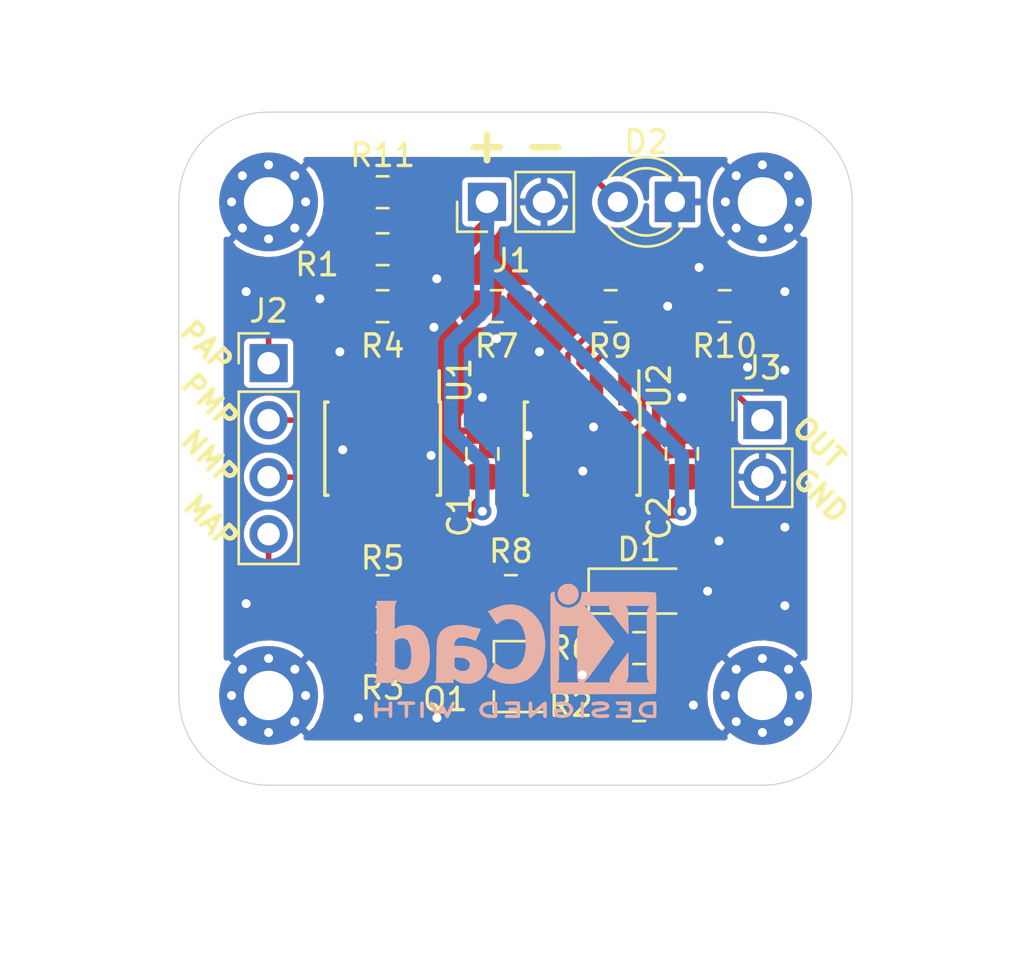
<source format=kicad_pcb>
(kicad_pcb (version 20171130) (host pcbnew 5.1.6+dfsg1-1~bpo10+1)
  (layers (0 F.Cu signal hide) (31 B.Cu signal hide) (35 F.Paste user) (36 B.SilkS user) (37 F.SilkS user) (38 B.Mask user) (39 F.Mask user) (44 Edge.Cuts user))
  (net 0 "")
  (net 1 GND)
  (net 2 +15V)
  (net 3 "Net-(D1-Pad1)")
  (net 4 /MAP)
  (net 5 /NMP)
  (net 6 /PMP)
  (net 7 /PAP)
  (net 8 /Meusure)
  (net 9 "Net-(Q1-Pad2)")
  (net 10 "Net-(Q1-Pad1)")
  (net 11 "Net-(R3-Pad2)")
  (net 12 "Net-(R3-Pad1)")
  (net 13 "Net-(R4-Pad1)")
  (net 14 "Net-(R5-Pad1)")
  (net 15 "Net-(R10-Pad2)")
  (net 16 "Net-(R8-Pad1)")
  (net 17 "Net-(D2-Pad2)")
  (module Symbol:KiCad-Logo2_6mm_SilkScreen (layer B.Cu) (at 111 120 180)
    (fp_text reference S1 hide)
    (fp_text value KiCad-Logo2_6mm_SilkScreen hide)
  )
  (module Connector_PinHeader_2.54mm:PinHeader_1x02_P2.54mm_Vertical (layer F.Cu) (at 122 109.73)
    (fp_text reference J3 (at 0 -2.33) (layer F.SilkS))
    (fp_text value Conn_01x02_Female)
    (pad 2 thru_hole oval (at 0 2.54) (size 1.7 1.7) (drill 1) (layers *.Cu *.Mask) (net 1 GND))
    (pad 1 thru_hole rect (at 0 0) (size 1.7 1.7) (drill 1) (layers *.Cu *.Mask) (net 8 /Meusure))
  )
  (module Package_SO:SOIC-8_3.9x4.9mm_P1.27mm (layer F.Cu) (at 105.08 111 270)
    (fp_text reference U1 (at -3.048 -3.429 90) (layer F.SilkS))
    (fp_text value MCP602)
    (pad 8 smd rect (at 2.7 -1.905 270) (size 1.55 0.6) (layers F.Cu F.Paste F.Mask) (net 2 +15V))
    (pad 7 smd rect (at 2.7 -0.635 270) (size 1.55 0.6) (layers F.Cu F.Paste F.Mask) (net 14 "Net-(R5-Pad1)"))
    (pad 6 smd rect (at 2.7 0.635 270) (size 1.55 0.6) (layers F.Cu F.Paste F.Mask) (net 11 "Net-(R3-Pad2)"))
    (pad 5 smd rect (at 2.7 1.905 270) (size 1.55 0.6) (layers F.Cu F.Paste F.Mask) (net 5 /NMP))
    (pad 4 smd rect (at -2.7 1.905 270) (size 1.55 0.6) (layers F.Cu F.Paste F.Mask) (net 1 GND))
    (pad 3 smd rect (at -2.7 0.635 270) (size 1.55 0.6) (layers F.Cu F.Paste F.Mask) (net 6 /PMP))
    (pad 2 smd rect (at -2.7 -0.635 270) (size 1.55 0.6) (layers F.Cu F.Paste F.Mask) (net 12 "Net-(R3-Pad1)"))
    (pad 1 smd rect (at -2.7 -1.905 270) (size 1.55 0.6) (layers F.Cu F.Paste F.Mask) (net 13 "Net-(R4-Pad1)"))
  )
  (module Connector_PinHeader_2.54mm:PinHeader_1x04_P2.54mm_Vertical (layer F.Cu) (at 100 107.19)
    (fp_text reference J2 (at 0 -2.33) (layer F.SilkS))
    (fp_text value Conn_01x04_Female)
    (pad 4 thru_hole oval (at 0 7.62) (size 1.7 1.7) (drill 1) (layers *.Cu *.Mask) (net 4 /MAP))
    (pad 3 thru_hole oval (at 0 5.08) (size 1.7 1.7) (drill 1) (layers *.Cu *.Mask) (net 5 /NMP))
    (pad 2 thru_hole oval (at 0 2.54) (size 1.7 1.7) (drill 1) (layers *.Cu *.Mask) (net 6 /PMP))
    (pad 1 thru_hole rect (at 0 0) (size 1.7 1.7) (drill 1) (layers *.Cu *.Mask) (net 7 /PAP))
  )
  (module Resistor_SMD:R_0805_2012Metric_Pad1.15x1.40mm_HandSolder (layer F.Cu) (at 116.51 122.43)
    (fp_text reference R2 (at -3.048 0) (layer F.SilkS))
    (fp_text value 5.1k)
    (pad 2 smd roundrect (at 1.025 0) (size 1.15 1.4) (layers F.Cu F.Paste F.Mask) (roundrect_rratio 0.217391) (net 1 GND))
    (pad 1 smd roundrect (at -1.025 0) (size 1.15 1.4) (layers F.Cu F.Paste F.Mask) (roundrect_rratio 0.217391) (net 9 "Net-(Q1-Pad2)"))
  )
  (module Resistor_SMD:R_0805_2012Metric_Pad1.15x1.40mm_HandSolder (layer F.Cu) (at 105.08 117.35 180)
    (fp_text reference R5 (at 0 1.475) (layer F.SilkS))
    (fp_text value 4.5k hide)
    (pad 2 smd roundrect (at 1.025 0 180) (size 1.15 1.4) (layers F.Cu F.Paste F.Mask) (roundrect_rratio 0.217) (net 11 "Net-(R3-Pad2)"))
    (pad 1 smd roundrect (at -1.025 0 180) (size 1.15 1.4) (layers F.Cu F.Paste F.Mask) (roundrect_rratio 0.217391) (net 14 "Net-(R5-Pad1)"))
  )
  (module Capacitor_SMD:C_0805_2012Metric_Pad1.15x1.40mm_HandSolder (layer F.Cu) (at 109.525 111.23 90)
    (fp_text reference C1 (at -2.74 -1.016 90) (layer F.SilkS))
    (fp_text value 100n hide)
    (pad 2 smd roundrect (at 1.025 0 90) (size 1.15 1.4) (layers F.Cu F.Paste F.Mask) (roundrect_rratio 0.217391) (net 1 GND))
    (pad 1 smd roundrect (at -1.025 0 90) (size 1.15 1.4) (layers F.Cu F.Paste F.Mask) (roundrect_rratio 0.217391) (net 2 +15V))
  )
  (module Resistor_SMD:R_0805_2012Metric_Pad1.15x1.40mm_HandSolder (layer F.Cu) (at 105.08 104.65 180)
    (fp_text reference R4 (at 0 -1.778) (layer F.SilkS))
    (fp_text value 4.5k hide)
    (pad 2 smd roundrect (at 1.025 0 180) (size 1.15 1.4) (layers F.Cu F.Paste F.Mask) (roundrect_rratio 0.217391) (net 12 "Net-(R3-Pad1)"))
    (pad 1 smd roundrect (at -1.025 0 180) (size 1.15 1.4) (layers F.Cu F.Paste F.Mask) (roundrect_rratio 0.217391) (net 13 "Net-(R4-Pad1)"))
  )
  (module Diode_SMD:D_SOD-123 (layer F.Cu) (at 116.51 117.35)
    (fp_text reference D1 (at 0 -1.856) (layer F.SilkS))
    (fp_text value 5.1V)
    (pad 2 smd rect (at 1.65 0) (size 0.9 1.2) (layers F.Cu F.Paste F.Mask) (net 1 GND))
    (pad 1 smd rect (at -1.65 0) (size 0.9 1.2) (layers F.Cu F.Paste F.Mask) (net 3 "Net-(D1-Pad1)"))
  )
  (module Package_SO:SOIC-8_3.9x4.9mm_P1.27mm (layer F.Cu) (at 113.97 111 270)
    (fp_text reference U2 (at -2.794 -3.429 90) (layer F.SilkS))
    (fp_text value MCP602)
    (pad 8 smd rect (at 2.7 -1.905 270) (size 1.55 0.6) (layers F.Cu F.Paste F.Mask) (net 2 +15V))
    (pad 7 smd rect (at 2.7 -0.635 270) (size 1.55 0.6) (layers F.Cu F.Paste F.Mask) (net 10 "Net-(Q1-Pad1)"))
    (pad 6 smd rect (at 2.7 0.635 270) (size 1.55 0.6) (layers F.Cu F.Paste F.Mask) (net 9 "Net-(Q1-Pad2)"))
    (pad 5 smd rect (at 2.7 1.905 270) (size 1.55 0.6) (layers F.Cu F.Paste F.Mask) (net 3 "Net-(D1-Pad1)"))
    (pad 4 smd rect (at -2.7 1.905 270) (size 1.55 0.6) (layers F.Cu F.Paste F.Mask) (net 1 GND))
    (pad 3 smd rect (at -2.7 0.635 270) (size 1.55 0.6) (layers F.Cu F.Paste F.Mask) (net 16 "Net-(R8-Pad1)"))
    (pad 2 smd rect (at -2.7 -0.635 270) (size 1.55 0.6) (layers F.Cu F.Paste F.Mask) (net 15 "Net-(R10-Pad2)"))
    (pad 1 smd rect (at -2.7 -1.905 270) (size 1.55 0.6) (layers F.Cu F.Paste F.Mask) (net 8 /Meusure))
  )
  (module Resistor_SMD:R_0805_2012Metric_Pad1.15x1.40mm_HandSolder (layer F.Cu) (at 120.32 104.65 180)
    (fp_text reference R10 (at 0 -1.778) (layer F.SilkS))
    (fp_text value 10k)
    (pad 2 smd roundrect (at 1.025 0 180) (size 1.15 1.4) (layers F.Cu F.Paste F.Mask) (roundrect_rratio 0.217391) (net 15 "Net-(R10-Pad2)"))
    (pad 1 smd roundrect (at -1.025 0 180) (size 1.15 1.4) (layers F.Cu F.Paste F.Mask) (roundrect_rratio 0.217391) (net 8 /Meusure))
  )
  (module Resistor_SMD:R_0805_2012Metric_Pad1.15x1.40mm_HandSolder (layer F.Cu) (at 115.24 104.65)
    (fp_text reference R9 (at -0.025 1.778) (layer F.SilkS))
    (fp_text value 10k)
    (pad 2 smd roundrect (at 1.025 0) (size 1.15 1.4) (layers F.Cu F.Paste F.Mask) (roundrect_rratio 0.217391) (net 1 GND))
    (pad 1 smd roundrect (at -1.025 0) (size 1.15 1.4) (layers F.Cu F.Paste F.Mask) (roundrect_rratio 0.217391) (net 16 "Net-(R8-Pad1)"))
  )
  (module Resistor_SMD:R_0805_2012Metric_Pad1.15x1.40mm_HandSolder (layer F.Cu) (at 110.16 104.65 180)
    (fp_text reference R7 (at 0 -1.778) (layer F.SilkS))
    (fp_text value 10k)
    (pad 2 smd roundrect (at 1.025 0 180) (size 1.15 1.4) (layers F.Cu F.Paste F.Mask) (roundrect_rratio 0.217391) (net 13 "Net-(R4-Pad1)"))
    (pad 1 smd roundrect (at -1.025 0 180) (size 1.15 1.4) (layers F.Cu F.Paste F.Mask) (roundrect_rratio 0.217391) (net 15 "Net-(R10-Pad2)"))
  )
  (module Resistor_SMD:R_0805_2012Metric_Pad1.15x1.40mm_HandSolder (layer F.Cu) (at 110.795 117.35 180)
    (fp_text reference R8 (at 0 1.778) (layer F.SilkS))
    (fp_text value 10k)
    (pad 2 smd roundrect (at 1.025 0 180) (size 1.15 1.4) (layers F.Cu F.Paste F.Mask) (roundrect_rratio 0.217391) (net 14 "Net-(R5-Pad1)"))
    (pad 1 smd roundrect (at -1.025 0 180) (size 1.15 1.4) (layers F.Cu F.Paste F.Mask) (roundrect_rratio 0.217391) (net 16 "Net-(R8-Pad1)"))
  )
  (module Capacitor_SMD:C_0805_2012Metric_Pad1.15x1.40mm_HandSolder (layer F.Cu) (at 118.415 111.23 90)
    (fp_text reference C2 (at -2.867 -1.016 90) (layer F.SilkS))
    (fp_text value 100n)
    (pad 2 smd roundrect (at 1.025 0 90) (size 1.15 1.4) (layers F.Cu F.Paste F.Mask) (roundrect_rratio 0.217391) (net 1 GND))
    (pad 1 smd roundrect (at -1.025 0 90) (size 1.15 1.4) (layers F.Cu F.Paste F.Mask) (roundrect_rratio 0.217391) (net 2 +15V))
  )
  (module Resistor_SMD:R_0805_2012Metric_Pad1.15x1.40mm_HandSolder (layer F.Cu) (at 116.51 119.89)
    (fp_text reference R6 (at -3.048 0) (layer F.SilkS))
    (fp_text value 2.2k)
    (pad 2 smd roundrect (at 1.025 0) (size 1.15 1.4) (layers F.Cu F.Paste F.Mask) (roundrect_rratio 0.217391) (net 3 "Net-(D1-Pad1)"))
    (pad 1 smd roundrect (at -1.025 0) (size 1.15 1.4) (layers F.Cu F.Paste F.Mask) (roundrect_rratio 0.217391) (net 2 +15V))
  )
  (module Package_TO_SOT_SMD:SOT-23 (layer F.Cu) (at 110.795 121.16 180)
    (fp_text reference Q1 (at 2.921 -1.016) (layer F.SilkS))
    (fp_text value BC847)
    (pad 3 smd rect (at 1 0 180) (size 0.9 0.8) (layers F.Cu F.Paste F.Mask) (net 4 /MAP))
    (pad 2 smd rect (at -1 0.95 180) (size 0.9 0.8) (layers F.Cu F.Paste F.Mask) (net 9 "Net-(Q1-Pad2)"))
    (pad 1 smd rect (at -1 -0.95 180) (size 0.9 0.8) (layers F.Cu F.Paste F.Mask) (net 10 "Net-(Q1-Pad1)"))
  )
  (module MountingHole:MountingHole_2.2mm_M2_Pad_Via (layer F.Cu) (at 100 122)
    (fp_text reference H4 hide)
    (fp_text value MountingHole_Pad)
    (pad 1 thru_hole circle (at 1.166726 -1.166726) (size 0.7 0.7) (drill 0.4) (layers *.Cu *.Mask) (net 1 GND))
    (pad 1 thru_hole circle (at 0 -1.65) (size 0.7 0.7) (drill 0.4) (layers *.Cu *.Mask) (net 1 GND))
    (pad 1 thru_hole circle (at -1.166726 -1.166726) (size 0.7 0.7) (drill 0.4) (layers *.Cu *.Mask) (net 1 GND))
    (pad 1 thru_hole circle (at -1.65 0) (size 0.7 0.7) (drill 0.4) (layers *.Cu *.Mask) (net 1 GND))
    (pad 1 thru_hole circle (at -1.166726 1.166726) (size 0.7 0.7) (drill 0.4) (layers *.Cu *.Mask) (net 1 GND))
    (pad 1 thru_hole circle (at 0 1.65) (size 0.7 0.7) (drill 0.4) (layers *.Cu *.Mask) (net 1 GND))
    (pad 1 thru_hole circle (at 1.166726 1.166726) (size 0.7 0.7) (drill 0.4) (layers *.Cu *.Mask) (net 1 GND))
    (pad 1 thru_hole circle (at 1.65 0) (size 0.7 0.7) (drill 0.4) (layers *.Cu *.Mask) (net 1 GND))
    (pad 1 thru_hole circle (at 0 0) (size 4.4 4.4) (drill 2.2) (layers *.Cu *.Mask) (net 1 GND))
  )
  (module MountingHole:MountingHole_2.2mm_M2_Pad_Via (layer F.Cu) (at 122 122)
    (fp_text reference H3 hide)
    (fp_text value MountingHole_Pad)
    (pad 1 thru_hole circle (at 1.166726 -1.166726) (size 0.7 0.7) (drill 0.4) (layers *.Cu *.Mask) (net 1 GND))
    (pad 1 thru_hole circle (at 0 -1.65) (size 0.7 0.7) (drill 0.4) (layers *.Cu *.Mask) (net 1 GND))
    (pad 1 thru_hole circle (at -1.166726 -1.166726) (size 0.7 0.7) (drill 0.4) (layers *.Cu *.Mask) (net 1 GND))
    (pad 1 thru_hole circle (at -1.65 0) (size 0.7 0.7) (drill 0.4) (layers *.Cu *.Mask) (net 1 GND))
    (pad 1 thru_hole circle (at -1.166726 1.166726) (size 0.7 0.7) (drill 0.4) (layers *.Cu *.Mask) (net 1 GND))
    (pad 1 thru_hole circle (at 0 1.65) (size 0.7 0.7) (drill 0.4) (layers *.Cu *.Mask) (net 1 GND))
    (pad 1 thru_hole circle (at 1.166726 1.166726) (size 0.7 0.7) (drill 0.4) (layers *.Cu *.Mask) (net 1 GND))
    (pad 1 thru_hole circle (at 1.65 0) (size 0.7 0.7) (drill 0.4) (layers *.Cu *.Mask) (net 1 GND))
    (pad 1 thru_hole circle (at 0 0) (size 4.4 4.4) (drill 2.2) (layers *.Cu *.Mask) (net 1 GND))
  )
  (module MountingHole:MountingHole_2.2mm_M2_Pad_Via (layer F.Cu) (at 122 100)
    (fp_text reference H2 hide)
    (fp_text value MountingHole_Pad)
    (pad 1 thru_hole circle (at 1.166726 -1.166726) (size 0.7 0.7) (drill 0.4) (layers *.Cu *.Mask) (net 1 GND))
    (pad 1 thru_hole circle (at 0 -1.65) (size 0.7 0.7) (drill 0.4) (layers *.Cu *.Mask) (net 1 GND))
    (pad 1 thru_hole circle (at -1.166726 -1.166726) (size 0.7 0.7) (drill 0.4) (layers *.Cu *.Mask) (net 1 GND))
    (pad 1 thru_hole circle (at -1.65 0) (size 0.7 0.7) (drill 0.4) (layers *.Cu *.Mask) (net 1 GND))
    (pad 1 thru_hole circle (at -1.166726 1.166726) (size 0.7 0.7) (drill 0.4) (layers *.Cu *.Mask) (net 1 GND))
    (pad 1 thru_hole circle (at 0 1.65) (size 0.7 0.7) (drill 0.4) (layers *.Cu *.Mask) (net 1 GND))
    (pad 1 thru_hole circle (at 1.166726 1.166726) (size 0.7 0.7) (drill 0.4) (layers *.Cu *.Mask) (net 1 GND))
    (pad 1 thru_hole circle (at 1.65 0) (size 0.7 0.7) (drill 0.4) (layers *.Cu *.Mask) (net 1 GND))
    (pad 1 thru_hole circle (at 0 0) (size 4.4 4.4) (drill 2.2) (layers *.Cu *.Mask) (net 1 GND))
  )
  (module MountingHole:MountingHole_2.2mm_M2_Pad_Via (layer F.Cu) (at 100 100)
    (fp_text reference H1 hide)
    (fp_text value MountingHole_Pad)
    (pad 1 thru_hole circle (at 1.166726 -1.166726) (size 0.7 0.7) (drill 0.4) (layers *.Cu *.Mask) (net 1 GND))
    (pad 1 thru_hole circle (at 0 -1.65) (size 0.7 0.7) (drill 0.4) (layers *.Cu *.Mask) (net 1 GND))
    (pad 1 thru_hole circle (at -1.166726 -1.166726) (size 0.7 0.7) (drill 0.4) (layers *.Cu *.Mask) (net 1 GND))
    (pad 1 thru_hole circle (at -1.65 0) (size 0.7 0.7) (drill 0.4) (layers *.Cu *.Mask) (net 1 GND))
    (pad 1 thru_hole circle (at -1.166726 1.166726) (size 0.7 0.7) (drill 0.4) (layers *.Cu *.Mask) (net 1 GND))
    (pad 1 thru_hole circle (at 0 1.65) (size 0.7 0.7) (drill 0.4) (layers *.Cu *.Mask) (net 1 GND))
    (pad 1 thru_hole circle (at 1.166726 1.166726) (size 0.7 0.7) (drill 0.4) (layers *.Cu *.Mask) (net 1 GND))
    (pad 1 thru_hole circle (at 1.65 0) (size 0.7 0.7) (drill 0.4) (layers *.Cu *.Mask) (net 1 GND))
    (pad 1 thru_hole circle (at 0 0) (size 4.4 4.4) (drill 2.2) (layers *.Cu *.Mask) (net 1 GND))
  )
  (module Resistor_SMD:R_0805_2012Metric_Pad1.15x1.40mm_HandSolder (layer F.Cu) (at 105.08 99.57)
    (fp_text reference R11 (at 0 -1.65) (layer F.SilkS))
    (fp_text value 1k)
    (pad 2 smd roundrect (at 1.025 0) (size 1.15 1.4) (layers F.Cu F.Paste F.Mask) (roundrect_rratio 0.217391) (net 17 "Net-(D2-Pad2)"))
    (pad 1 smd roundrect (at -1.025 0) (size 1.15 1.4) (layers F.Cu F.Paste F.Mask) (roundrect_rratio 0.217391) (net 2 +15V))
  )
  (module Resistor_SMD:R_0805_2012Metric_Pad1.15x1.40mm_HandSolder (layer F.Cu) (at 105.08 119.89 180)
    (fp_text reference R3 (at 0 -1.778) (layer F.SilkS))
    (fp_text value 1k)
    (pad 2 smd roundrect (at 1.025 0 180) (size 1.15 1.4) (layers F.Cu F.Paste F.Mask) (roundrect_rratio 0.217391) (net 11 "Net-(R3-Pad2)"))
    (pad 1 smd roundrect (at -1.025 0 180) (size 1.15 1.4) (layers F.Cu F.Paste F.Mask) (roundrect_rratio 0.217391) (net 12 "Net-(R3-Pad1)"))
  )
  (module Resistor_SMD:R_0805_2012Metric_Pad1.15x1.40mm_HandSolder (layer F.Cu) (at 105.08 102.11 180)
    (fp_text reference R1 (at 2.921 -0.684) (layer F.SilkS))
    (fp_text value 5.1k)
    (pad 2 smd roundrect (at 1.025 0 180) (size 1.15 1.4) (layers F.Cu F.Paste F.Mask) (roundrect_rratio 0.217391) (net 7 /PAP))
    (pad 1 smd roundrect (at -1.025 0 180) (size 1.15 1.4) (layers F.Cu F.Paste F.Mask) (roundrect_rratio 0.217391) (net 2 +15V))
  )
  (module Connector_PinHeader_2.54mm:PinHeader_1x02_P2.54mm_Vertical (layer F.Cu) (at 109.73 100 90)
    (fp_text reference J1 (at -2.618 1.094 180) (layer F.SilkS))
    (fp_text value Conn_01x02_Female)
    (pad 2 thru_hole oval (at 0 2.54 90) (size 1.7 1.7) (drill 1) (layers *.Cu *.Mask) (net 1 GND))
    (pad 1 thru_hole rect (at 0 0 90) (size 1.7 1.7) (drill 1) (layers *.Cu *.Mask) (net 2 +15V))
  )
  (module LED_THT:LED_D3.0mm (layer F.Cu) (at 118.1 100 180)
    (fp_text reference D2 (at 1.27 2.667) (layer F.SilkS))
    (fp_text value LED)
    (pad 2 thru_hole circle (at 2.54 0 180) (size 1.8 1.8) (drill 0.9) (layers *.Cu *.Mask) (net 17 "Net-(D2-Pad2)"))
    (pad 1 thru_hole rect (at 0 0 180) (size 1.8 1.8) (drill 0.9) (layers *.Cu *.Mask) (net 1 GND))
  )
  (gr_text PAP (at 98.222 107.444 -45) (layer F.SilkS) (effects (font (size 0.9 0.9) (thickness 0.2)) (justify right)))
  (gr_text GND (at 123.524 112.016 -45) (layer F.SilkS) (effects (font (size 0.9 0.9) (thickness 0.2)) (justify left)))
  (gr_text OUT (at 123.524 109.73 -45) (layer F.SilkS) (effects (font (size 0.9 0.9) (thickness 0.2)) (justify left)))
  (gr_text MAP (at 98.476 115.318 -45) (layer F.SilkS) (effects (font (size 0.9 0.9) (thickness 0.2)) (justify right)))
  (gr_text NMP (at 98.476 112.524 -45) (layer F.SilkS) (effects (font (size 0.9 0.9) (thickness 0.2)) (justify right)))
  (gr_text PMP (at 98.476 109.984 -45) (layer F.SilkS) (effects (font (size 0.9 0.9) (thickness 0.2)) (justify right)))
  (gr_line (start 122 126) (end 100 126) (layer Edge.Cuts) (width 0.05))
  (gr_text - (at 112.319 97.46) (layer F.SilkS) (effects (font (size 1.5 1.5) (thickness 0.3))))
  (gr_text + (at 109.73 97.46) (layer F.SilkS) (effects (font (size 1.5 1.5) (thickness 0.3))))
  (gr_arc (start 100 100) (end 100 96) (angle -90) (layer Edge.Cuts) (width 0.05))
  (gr_arc (start 100 122) (end 96 122) (angle -90) (layer Edge.Cuts) (width 0.05))
  (gr_arc (start 122 122) (end 122 126) (angle -90) (layer Edge.Cuts) (width 0.05))
  (gr_arc (start 122 100) (end 126 100) (angle -90) (layer Edge.Cuts) (width 0.05))
  (gr_line (start 100 96) (end 122 96) (layer Edge.Cuts) (width 0.05))
  (gr_line (start 96 100) (end 96 122) (layer Edge.Cuts) (width 0.05))
  (gr_line (start 126 100) (end 126 122) (layer Edge.Cuts) (width 0.05))
  (via (at 118.923 122.43) (size 0.8) (drill 0.4) (layers F.Cu B.Cu) (net 1))
  (via (at 119.558 117.35) (size 0.8) (drill 0.4) (layers F.Cu B.Cu) (net 1))
  (via (at 103.175 106.682) (size 0.8) (drill 0.4) (layers F.Cu B.Cu) (net 1))
  (via (at 109.525 108.714) (size 0.8) (drill 0.4) (layers F.Cu B.Cu) (net 1))
  (via (at 118.415 108.714) (size 0.8) (drill 0.4) (layers F.Cu B.Cu) (net 1))
  (via (at 112.065 106.682) (size 0.8) (drill 0.4) (layers F.Cu B.Cu) (net 1))
  (via (at 117.78 104.65) (size 0.8) (drill 0.4) (layers F.Cu B.Cu) (net 1))
  (segment (start 119.558 117.35) (end 118.16 117.35) (width 0.25) (layer F.Cu) (net 1))
  (segment (start 119.05 122.43) (end 117.535 122.43) (width 0.25) (layer F.Cu) (net 1))
  (segment (start 112.065 106.682) (end 112.065 108.3) (width 0.25) (layer F.Cu) (net 1))
  (segment (start 109.525 108.714) (end 109.525 110.205) (width 0.25) (layer F.Cu) (net 1))
  (segment (start 117.78 104.65) (end 116.265 104.65) (width 0.25) (layer F.Cu) (net 1))
  (segment (start 103.175 108.3) (end 103.175 106.682) (width 0.25) (layer F.Cu) (net 1))
  (via (at 103.302 111.049) (size 0.8) (drill 0.4) (layers F.Cu B.Cu) (net 1))
  (via (at 107.239 111.303) (size 0.8) (drill 0.4) (layers F.Cu B.Cu) (net 1))
  (via (at 107.366 105.588) (size 0.8) (drill 0.4) (layers F.Cu B.Cu) (net 1))
  (via (at 107.493 103.429) (size 0.8) (drill 0.4) (layers F.Cu B.Cu) (net 1))
  (via (at 111.557 110.414) (size 0.8) (drill 0.4) (layers F.Cu B.Cu) (net 1))
  (via (at 121.336 107.366) (size 0.8) (drill 0.4) (layers F.Cu B.Cu) (net 1))
  (via (at 120.066 115.113) (size 0.8) (drill 0.4) (layers F.Cu B.Cu) (net 1))
  (via (at 99 117.907) (size 0.8) (drill 0.4) (layers F.Cu B.Cu) (net 1))
  (via (at 99 104) (size 0.8) (drill 0.4) (layers F.Cu B.Cu) (net 1))
  (via (at 119.177 102.921) (size 0.8) (drill 0.4) (layers F.Cu B.Cu) (net 1))
  (via (at 110.16 106.096) (size 0.8) (drill 0.4) (layers F.Cu B.Cu) (net 1))
  (via (at 102.286 104.318) (size 0.8) (drill 0.4) (layers F.Cu B.Cu) (net 1))
  (via (at 123 104) (size 0.8) (drill 0.4) (layers F.Cu B.Cu) (net 1))
  (via (at 123 107.5) (size 0.8) (drill 0.4) (layers F.Cu B.Cu) (net 1))
  (via (at 123 114.5) (size 0.8) (drill 0.4) (layers F.Cu B.Cu) (net 1))
  (via (at 123 118) (size 0.8) (drill 0.4) (layers F.Cu B.Cu) (net 1))
  (segment (start 118.415 110.205) (end 118.415 108.714) (width 0.5) (layer F.Cu) (net 1))
  (via (at 114.478 110.033) (size 0.8) (drill 0.4) (layers F.Cu B.Cu) (net 1))
  (via (at 114 112) (size 0.8) (drill 0.4) (layers F.Cu B.Cu) (net 1))
  (via (at 113.97 121.082) (size 0.8) (drill 0.4) (layers F.Cu B.Cu) (net 1))
  (via (at 104 123) (size 0.8) (drill 0.4) (layers F.Cu B.Cu) (net 1))
  (via (at 107.5 123) (size 0.8) (drill 0.4) (layers F.Cu B.Cu) (net 1))
  (via (at 118.415 113.794) (size 0.8) (drill 0.4) (layers F.Cu B.Cu) (net 2))
  (via (at 109.525 113.794) (size 0.8) (drill 0.4) (layers F.Cu B.Cu) (net 2))
  (segment (start 104.055 99.57) (end 104.055 99.815) (width 0.635) (layer F.Cu) (net 2))
  (segment (start 106.105 101.865) (end 106.105 102.11) (width 0.635) (layer F.Cu) (net 2))
  (segment (start 104.055 99.815) (end 106.105 101.865) (width 0.635) (layer F.Cu) (net 2))
  (segment (start 106.105 102.11) (end 108.636 102.11) (width 0.635) (layer F.Cu) (net 2))
  (segment (start 109.73 101.016) (end 109.73 100) (width 0.635) (layer F.Cu) (net 2))
  (segment (start 108.636 102.11) (end 109.73 101.016) (width 0.635) (layer F.Cu) (net 2))
  (segment (start 115.969 113.794) (end 115.875 113.7) (width 0.635) (layer F.Cu) (net 2))
  (segment (start 107.079 113.794) (end 106.985 113.7) (width 0.635) (layer F.Cu) (net 2))
  (segment (start 109.73 104.699) (end 108.128 106.301) (width 0.635) (layer B.Cu) (net 2))
  (segment (start 108.128 106.301) (end 108.128 110.238) (width 0.635) (layer B.Cu) (net 2))
  (segment (start 109.525 111.635) (end 109.525 113.794) (width 0.635) (layer B.Cu) (net 2))
  (segment (start 108.128 110.238) (end 109.525 111.635) (width 0.635) (layer B.Cu) (net 2))
  (segment (start 118.415 113.794) (end 118.415 111.674098) (width 0.635) (layer B.Cu) (net 2))
  (segment (start 109.73 100) (end 109.73 101.426) (width 0.635) (layer B.Cu) (net 2))
  (segment (start 109.73 101.426) (end 109.73 104.699) (width 0.635) (layer B.Cu) (net 2))
  (segment (start 115.485 119.89) (end 115.485 119.373) (width 0.25) (layer F.Cu) (net 2))
  (segment (start 115.875 114.699998) (end 115.875 113.7) (width 0.25) (layer F.Cu) (net 2))
  (segment (start 115.485 119.89) (end 114.91 119.89) (width 0.25) (layer F.Cu) (net 2))
  (segment (start 114.91 119.89) (end 113.858824 118.838824) (width 0.25) (layer F.Cu) (net 2))
  (segment (start 115.001588 115.57341) (end 115.875 114.699998) (width 0.25) (layer F.Cu) (net 2))
  (segment (start 113.858824 115.937176) (end 114.22259 115.57341) (width 0.25) (layer F.Cu) (net 2))
  (segment (start 113.858824 118.838824) (end 113.858824 115.937176) (width 0.25) (layer F.Cu) (net 2))
  (segment (start 114.22259 115.57341) (end 115.001588 115.57341) (width 0.25) (layer F.Cu) (net 2))
  (segment (start 117.829 113.794) (end 115.969 113.794) (width 0.635) (layer F.Cu) (net 2))
  (segment (start 118.415 113.794) (end 117.829 113.794) (width 0.635) (layer F.Cu) (net 2))
  (segment (start 118.415 113.208) (end 118.415 113.794) (width 0.635) (layer F.Cu) (net 2))
  (segment (start 118.415 112.255) (end 118.415 113.208) (width 0.635) (layer F.Cu) (net 2))
  (segment (start 109.525 113.335) (end 109.525 113.794) (width 0.635) (layer F.Cu) (net 2))
  (segment (start 108.968 113.794) (end 107.079 113.794) (width 0.635) (layer F.Cu) (net 2))
  (segment (start 109.525 112.255) (end 109.525 113.335) (width 0.635) (layer F.Cu) (net 2))
  (segment (start 109.525 113.794) (end 108.968 113.794) (width 0.635) (layer F.Cu) (net 2))
  (segment (start 117.829 113.794) (end 118.415 113.208) (width 0.635) (layer F.Cu) (net 2))
  (segment (start 109.066 113.794) (end 109.525 113.335) (width 0.635) (layer F.Cu) (net 2))
  (segment (start 108.968 113.794) (end 109.066 113.794) (width 0.635) (layer F.Cu) (net 2))
  (segment (start 118.415 111.674098) (end 118.415 111.303) (width 0.635) (layer B.Cu) (net 2))
  (segment (start 109.73 102.618) (end 109.73 101.426) (width 0.635) (layer B.Cu) (net 2))
  (segment (start 118.415 111.303) (end 109.73 102.618) (width 0.635) (layer B.Cu) (net 2))
  (segment (start 114.86 117.35) (end 114.995 117.35) (width 0.25) (layer F.Cu) (net 3))
  (segment (start 117.535 119.89) (end 117.535 119.44) (width 0.25) (layer F.Cu) (net 3))
  (segment (start 117.535 119.44) (end 116.51 118.415) (width 0.25) (layer F.Cu) (net 3))
  (segment (start 116.51 117.145) (end 116.51 116.51) (width 0.25) (layer F.Cu) (net 3))
  (segment (start 116.51 116.51) (end 117.448 115.572) (width 0.25) (layer F.Cu) (net 3))
  (segment (start 115.494 111) (end 113.74 111) (width 0.25) (layer F.Cu) (net 3))
  (segment (start 116.7005 109.7935) (end 115.494 111) (width 0.25) (layer F.Cu) (net 3))
  (segment (start 116.7005 108.6505) (end 116.7005 109.7935) (width 0.25) (layer F.Cu) (net 3))
  (segment (start 117.448 115.572) (end 118.034 115.572) (width 0.25) (layer F.Cu) (net 3))
  (segment (start 118.034 115.572) (end 119.812 113.794) (width 0.25) (layer F.Cu) (net 3))
  (segment (start 112.065 112.675) (end 112.065 113.7) (width 0.25) (layer F.Cu) (net 3))
  (segment (start 119.467999 107.988999) (end 117.362001 107.988999) (width 0.25) (layer F.Cu) (net 3))
  (segment (start 113.74 111) (end 112.065 112.675) (width 0.25) (layer F.Cu) (net 3))
  (segment (start 119.812 113.794) (end 119.812 108.333) (width 0.25) (layer F.Cu) (net 3))
  (segment (start 119.812 108.333) (end 119.467999 107.988999) (width 0.25) (layer F.Cu) (net 3))
  (segment (start 117.362001 107.988999) (end 116.7005 108.6505) (width 0.25) (layer F.Cu) (net 3))
  (segment (start 116.305 117.35) (end 116.51 117.145) (width 0.25) (layer F.Cu) (net 3))
  (segment (start 114.86 117.35) (end 116.305 117.35) (width 0.25) (layer F.Cu) (net 3))
  (segment (start 116.334 117.35) (end 116.51 117.526) (width 0.25) (layer F.Cu) (net 3))
  (segment (start 116.305 117.35) (end 116.334 117.35) (width 0.25) (layer F.Cu) (net 3))
  (segment (start 116.51 118.415) (end 116.51 117.526) (width 0.25) (layer F.Cu) (net 3))
  (segment (start 116.51 117.526) (end 116.51 117.145) (width 0.25) (layer F.Cu) (net 3))
  (segment (start 103.351 121.16) (end 109.795 121.16) (width 0.25) (layer F.Cu) (net 4))
  (segment (start 102.794 120.603) (end 103.351 121.16) (width 0.25) (layer F.Cu) (net 4))
  (segment (start 102.794 119.128) (end 102.794 120.603) (width 0.25) (layer F.Cu) (net 4))
  (segment (start 100 114.81) (end 100 116.334) (width 0.25) (layer F.Cu) (net 4))
  (segment (start 100 116.334) (end 102.794 119.128) (width 0.25) (layer F.Cu) (net 4))
  (segment (start 100 112.27) (end 102.794 112.27) (width 0.25) (layer F.Cu) (net 5))
  (segment (start 103.175 112.651) (end 103.175 113.7) (width 0.25) (layer F.Cu) (net 5))
  (segment (start 102.794 112.27) (end 103.175 112.651) (width 0.25) (layer F.Cu) (net 5))
  (segment (start 100 109.73) (end 104.064 109.73) (width 0.25) (layer F.Cu) (net 6))
  (segment (start 104.445 109.349) (end 104.445 108.3) (width 0.25) (layer F.Cu) (net 6))
  (segment (start 104.064 109.73) (end 104.445 109.349) (width 0.25) (layer F.Cu) (net 6))
  (segment (start 100 107.19) (end 100 104.904) (width 0.25) (layer F.Cu) (net 7))
  (segment (start 102.794 102.11) (end 104.055 102.11) (width 0.25) (layer F.Cu) (net 7))
  (segment (start 100 104.904) (end 102.794 102.11) (width 0.25) (layer F.Cu) (net 7))
  (segment (start 121.345 104.65) (end 121.345 104.659) (width 0.25) (layer F.Cu) (net 8))
  (segment (start 115.875 108.3) (end 115.875 107.571) (width 0.25) (layer F.Cu) (net 8))
  (segment (start 121.345 104.65) (end 121.345 105.813) (width 0.25) (layer F.Cu) (net 8))
  (segment (start 115.875 107.275) (end 116.165 106.985) (width 0.25) (layer F.Cu) (net 8))
  (segment (start 115.875 108.3) (end 115.875 107.275) (width 0.25) (layer F.Cu) (net 8))
  (segment (start 120.173 106.985) (end 120.2465 106.9115) (width 0.25) (layer F.Cu) (net 8))
  (segment (start 121.345 105.813) (end 120.2465 106.9115) (width 0.25) (layer F.Cu) (net 8))
  (segment (start 120.2465 107.9765) (end 120.486 108.216) (width 0.25) (layer F.Cu) (net 8))
  (segment (start 120.486 108.216) (end 122 109.73) (width 0.25) (layer F.Cu) (net 8))
  (segment (start 120.1395 107.1855) (end 119.939 106.985) (width 0.25) (layer F.Cu) (net 8))
  (segment (start 120.2465 107.1855) (end 120.1395 107.1855) (width 0.25) (layer F.Cu) (net 8))
  (segment (start 116.165 106.985) (end 119.939 106.985) (width 0.25) (layer F.Cu) (net 8))
  (segment (start 119.939 106.985) (end 120.173 106.985) (width 0.25) (layer F.Cu) (net 8))
  (segment (start 120.2465 107.1855) (end 120.2465 107.9765) (width 0.25) (layer F.Cu) (net 8))
  (segment (start 120.2465 106.9115) (end 120.2465 107.1855) (width 0.25) (layer F.Cu) (net 8))
  (segment (start 113.335 114.937) (end 113.335 113.7) (width 0.25) (layer F.Cu) (net 9))
  (segment (start 112.958805 118.370805) (end 112.958805 116.338805) (width 0.25) (layer F.Cu) (net 9))
  (segment (start 111.795 119.53461) (end 112.958805 118.370805) (width 0.25) (layer F.Cu) (net 9))
  (segment (start 111.795 120.21) (end 111.795 119.53461) (width 0.25) (layer F.Cu) (net 9))
  (segment (start 112.954 115.318) (end 113.335 114.937) (width 0.25) (layer F.Cu) (net 9))
  (segment (start 112.958805 116.338805) (end 112.954 116.334) (width 0.25) (layer F.Cu) (net 9))
  (segment (start 112.954 116.334) (end 112.954 115.318) (width 0.25) (layer F.Cu) (net 9))
  (segment (start 111.795 120.21) (end 111.795 120.287) (width 0.25) (layer F.Cu) (net 9))
  (segment (start 110.795 122.86) (end 110.795 121.21) (width 0.25) (layer F.Cu) (net 9))
  (segment (start 111.127 123.192) (end 110.795 122.86) (width 0.25) (layer F.Cu) (net 9))
  (segment (start 110.795 121.21) (end 111.795 120.21) (width 0.25) (layer F.Cu) (net 9))
  (segment (start 115.485 122.43) (end 113.716 122.43) (width 0.25) (layer F.Cu) (net 9))
  (segment (start 112.954 123.192) (end 111.127 123.192) (width 0.25) (layer F.Cu) (net 9))
  (segment (start 113.716 122.43) (end 112.954 123.192) (width 0.25) (layer F.Cu) (net 9))
  (segment (start 114.4186 115.1234) (end 114.605 114.937) (width 0.25) (layer F.Cu) (net 10))
  (segment (start 113.78501 115.1234) (end 114.4186 115.1234) (width 0.25) (layer F.Cu) (net 10))
  (segment (start 113.40401 115.5044) (end 113.78501 115.1234) (width 0.25) (layer F.Cu) (net 10))
  (segment (start 111.795 121.811) (end 112.7 120.906) (width 0.25) (layer F.Cu) (net 10))
  (segment (start 113.408815 118.557205) (end 113.408815 116.026815) (width 0.25) (layer F.Cu) (net 10))
  (segment (start 111.795 122.11) (end 111.795 121.811) (width 0.25) (layer F.Cu) (net 10))
  (segment (start 114.605 114.937) (end 114.605 113.7) (width 0.25) (layer F.Cu) (net 10))
  (segment (start 112.7 120.906) (end 112.7 119.26602) (width 0.25) (layer F.Cu) (net 10))
  (segment (start 112.7 119.26602) (end 113.408815 118.557205) (width 0.25) (layer F.Cu) (net 10))
  (segment (start 113.40401 116.02201) (end 113.40401 115.5044) (width 0.25) (layer F.Cu) (net 10))
  (segment (start 113.408815 116.026815) (end 113.40401 116.02201) (width 0.25) (layer F.Cu) (net 10))
  (segment (start 104.445 113.7) (end 104.445 115.699) (width 0.25) (layer F.Cu) (net 11))
  (segment (start 104.055 116.089) (end 104.055 117.35) (width 0.25) (layer F.Cu) (net 11))
  (segment (start 104.445 115.699) (end 104.055 116.089) (width 0.25) (layer F.Cu) (net 11))
  (segment (start 104.055 117.35) (end 104.055 119.89) (width 0.25) (layer F.Cu) (net 11))
  (segment (start 105.715 108.3) (end 105.715 107.317) (width 0.25) (layer F.Cu) (net 12))
  (segment (start 104.055 105.657) (end 104.055 104.65) (width 0.25) (layer F.Cu) (net 12))
  (segment (start 105.715 107.317) (end 104.055 105.657) (width 0.25) (layer F.Cu) (net 12))
  (segment (start 105.070001 118.855001) (end 106.105 119.89) (width 0.25) (layer F.Cu) (net 12))
  (segment (start 105.070001 110.429999) (end 105.070001 118.855001) (width 0.25) (layer F.Cu) (net 12))
  (segment (start 105.715 108.3) (end 105.715 109.785) (width 0.25) (layer F.Cu) (net 12))
  (segment (start 105.715 109.785) (end 105.070001 110.429999) (width 0.25) (layer F.Cu) (net 12))
  (segment (start 109.135 104.65) (end 106.105 104.65) (width 0.25) (layer F.Cu) (net 13))
  (segment (start 106.985 108.3) (end 106.985 106.809) (width 0.25) (layer F.Cu) (net 13))
  (segment (start 106.105 105.929) (end 106.105 104.65) (width 0.25) (layer F.Cu) (net 13))
  (segment (start 106.985 106.809) (end 106.105 105.929) (width 0.25) (layer F.Cu) (net 13))
  (segment (start 106.105 117.35) (end 109.77 117.35) (width 0.25) (layer F.Cu) (net 14))
  (segment (start 106.105 116.089) (end 106.105 117.35) (width 0.25) (layer F.Cu) (net 14))
  (segment (start 105.715 113.7) (end 105.715 115.699) (width 0.25) (layer F.Cu) (net 14))
  (segment (start 105.715 115.699) (end 106.105 116.089) (width 0.25) (layer F.Cu) (net 14))
  (segment (start 114.605 108.3) (end 114.605 107.063) (width 0.25) (layer F.Cu) (net 15))
  (segment (start 114.605 107.063) (end 115.24 106.428) (width 0.25) (layer F.Cu) (net 15))
  (segment (start 117.517 106.428) (end 119.295 104.65) (width 0.25) (layer F.Cu) (net 15))
  (segment (start 115.24 106.428) (end 117.517 106.428) (width 0.25) (layer F.Cu) (net 15))
  (segment (start 111.185 104.65) (end 111.684 104.65) (width 0.25) (layer F.Cu) (net 15))
  (segment (start 111.684 104.65) (end 113.208 103.126) (width 0.25) (layer F.Cu) (net 15))
  (segment (start 117.771 103.126) (end 119.295 104.65) (width 0.25) (layer F.Cu) (net 15))
  (segment (start 113.208 103.126) (end 117.771 103.126) (width 0.25) (layer F.Cu) (net 15))
  (segment (start 114.215 104.65) (end 114.215 105.929) (width 0.25) (layer F.Cu) (net 16))
  (segment (start 113.335 106.809) (end 113.335 108.3) (width 0.25) (layer F.Cu) (net 16))
  (segment (start 114.215 105.929) (end 113.335 106.809) (width 0.25) (layer F.Cu) (net 16))
  (segment (start 111.82 117.35) (end 111.82 116.216) (width 0.25) (layer F.Cu) (net 16))
  (segment (start 111.82 116.216) (end 111.176 115.572) (width 0.25) (layer F.Cu) (net 16))
  (segment (start 111.176 115.572) (end 111.176 112.27) (width 0.25) (layer F.Cu) (net 16))
  (segment (start 113.335 110.111) (end 113.335 108.3) (width 0.25) (layer F.Cu) (net 16))
  (segment (start 111.176 112.27) (end 113.335 110.111) (width 0.25) (layer F.Cu) (net 16))
  (segment (start 107.874 98.554) (end 106.858 99.57) (width 0.25) (layer F.Cu) (net 17))
  (segment (start 115.56 100) (end 114.114 98.554) (width 0.25) (layer F.Cu) (net 17))
  (segment (start 106.858 99.57) (end 106.105 99.57) (width 0.25) (layer F.Cu) (net 17))
  (segment (start 114.114 98.554) (end 107.874 98.554) (width 0.25) (layer F.Cu) (net 17))
  (zone (net 1) (net_name GND) (layer F.Cu) (connect_pads (clearance 0.25)) (min_thickness 0.25) (fill yes (arc_segments 32) (thermal_gap 0.25) (thermal_bridge_width 0.3) (smoothing fillet) (radius 1))
    (polygon (pts (xy 124 124) (xy 98 124) (xy 98 98) (xy 124 98)))
  )
  (zone (net 1) (net_name GND) (layer B.Cu) (connect_pads (clearance 0.25)) (min_thickness 0.25) (fill yes (arc_segments 32) (thermal_gap 0.25) (thermal_bridge_width 0.3) (smoothing fillet) (radius 1))
    (polygon (pts (xy 124 124) (xy 98 124) (xy 98 98) (xy 124 98)))
  )
)
</source>
